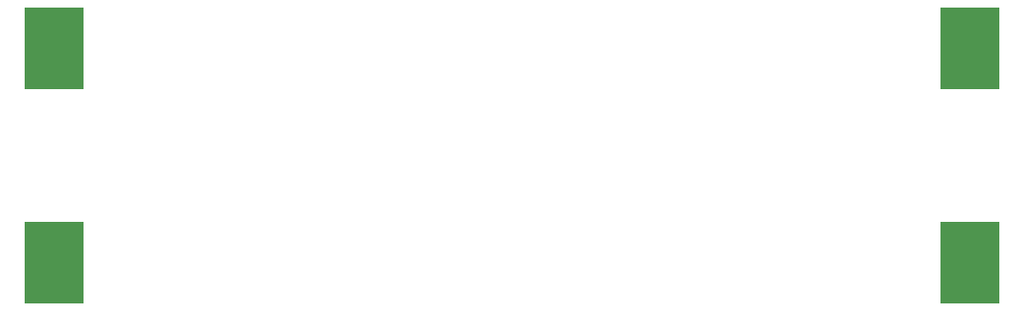
<source format=gbr>
%TF.GenerationSoftware,KiCad,Pcbnew,7.0.5*%
%TF.CreationDate,2023-12-17T20:10:20+08:00*%
%TF.ProjectId,bat_rf,6261745f-7266-42e6-9b69-6361645f7063,rev?*%
%TF.SameCoordinates,Original*%
%TF.FileFunction,Paste,Top*%
%TF.FilePolarity,Positive*%
%FSLAX46Y46*%
G04 Gerber Fmt 4.6, Leading zero omitted, Abs format (unit mm)*
G04 Created by KiCad (PCBNEW 7.0.5) date 2023-12-17 20:10:20*
%MOMM*%
%LPD*%
G01*
G04 APERTURE LIST*
%ADD10R,5.320000X7.350000*%
G04 APERTURE END LIST*
D10*
%TO.C,BT1*%
X47210000Y-81225000D03*
X128920000Y-81225000D03*
X128920000Y-62125000D03*
X47210000Y-62125000D03*
%TD*%
M02*

</source>
